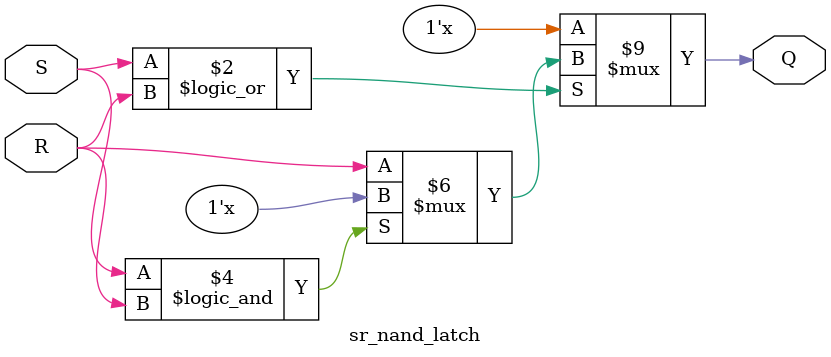
<source format=v>
module sr_nand_latch (input S, input R, output reg Q);
    always @(S, R) 
        if (!(S || R)) Q <= 1'bx;
        else if(!(S && R)) Q <= R;
endmodule

</source>
